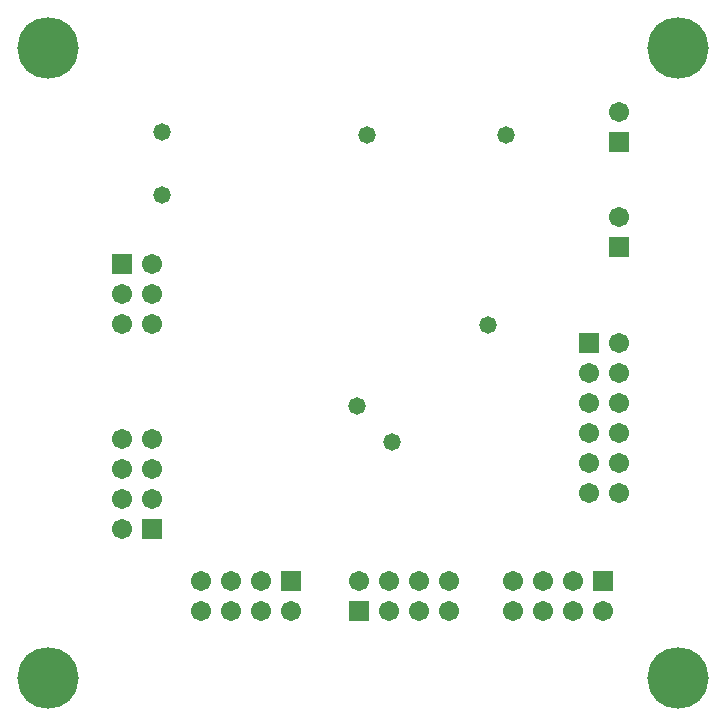
<source format=gbs>
G04 Layer_Color=16711935*
%FSLAX24Y24*%
%MOIN*%
G70*
G01*
G75*
%ADD41C,0.0671*%
%ADD42R,0.0671X0.0671*%
%ADD43R,0.0671X0.0671*%
%ADD44C,0.2049*%
%ADD45C,0.0580*%
D41*
X15498Y2229D02*
D03*
Y3229D02*
D03*
X16498Y2229D02*
D03*
Y3229D02*
D03*
X17498Y2229D02*
D03*
Y3229D02*
D03*
X18498Y2229D02*
D03*
X5111D02*
D03*
Y3229D02*
D03*
X6111Y2229D02*
D03*
Y3229D02*
D03*
X7111Y2229D02*
D03*
Y3229D02*
D03*
X8111Y2229D02*
D03*
X13371Y3229D02*
D03*
Y2229D02*
D03*
X12371Y3229D02*
D03*
Y2229D02*
D03*
X11371Y3229D02*
D03*
Y2229D02*
D03*
X10371Y3229D02*
D03*
X19039Y18856D02*
D03*
Y15363D02*
D03*
X3459Y13805D02*
D03*
X2459Y12805D02*
D03*
X3459D02*
D03*
X2459Y11805D02*
D03*
X3459D02*
D03*
X19039Y6150D02*
D03*
X18039D02*
D03*
X19039Y7150D02*
D03*
X18039D02*
D03*
X19039Y8150D02*
D03*
X18039D02*
D03*
X19039Y9150D02*
D03*
X18039D02*
D03*
X19039Y10150D02*
D03*
X18039D02*
D03*
X19039Y11150D02*
D03*
X2459Y7961D02*
D03*
X3459D02*
D03*
X2459Y6961D02*
D03*
X3459D02*
D03*
X2459Y5961D02*
D03*
X3459D02*
D03*
X2459Y4961D02*
D03*
D42*
X18498Y3229D02*
D03*
X8111D02*
D03*
X10371Y2229D02*
D03*
D43*
X19039Y17856D02*
D03*
Y14363D02*
D03*
X2459Y13805D02*
D03*
X18039Y11150D02*
D03*
X3459Y4961D02*
D03*
D44*
X0Y0D02*
D03*
Y21000D02*
D03*
X21000Y0D02*
D03*
Y21000D02*
D03*
D45*
X11450Y7850D02*
D03*
X10300Y9050D02*
D03*
X14650Y11750D02*
D03*
X15282Y18086D02*
D03*
X10632D02*
D03*
X3800Y18200D02*
D03*
Y16100D02*
D03*
M02*

</source>
